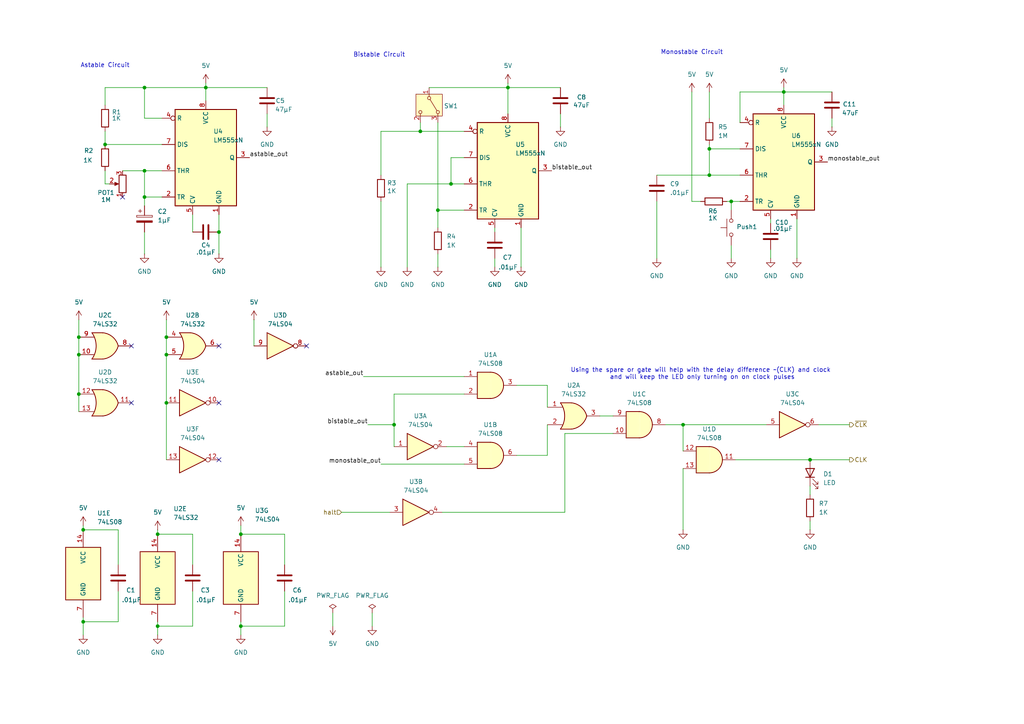
<source format=kicad_sch>
(kicad_sch (version 20231120) (generator "eeschema") (generator_version "8.0")
  (paper "A4")
  (lib_symbols
    (symbol "74LS32_1" (pin_names (offset 1.016))
      (property "Reference" "U" (at 0 1.27 0))
      (property "Value" "74LS32" (at 0 -1.27 0))
      (symbol "74LS32_1_1_1"
        (pin input line (at -7.62 2.54 0) (length 4.318) (name "~") (number "1"))
        (pin input line (at -7.62 -2.54 0) (length 4.318) (name "~") (number "2"))
        (pin output line (at 7.62 0 180) (length 3.81) (name "~") (number "3"))
      )
      (symbol "74LS32_1_1_2"
        (pin input inverted (at -7.62 2.54 0) (length 3.81) (name "~") (number "1"))
        (pin input inverted (at -7.62 -2.54 0) (length 3.81) (name "~") (number "2"))
        (pin output inverted (at 7.62 0 180) (length 3.81) (name "~") (number "3"))
      )
      (symbol "74LS32_1_2_1"
        (pin input line (at -7.62 2.54 0) (length 4.318) (name "~") (number "4"))
        (pin input line (at -7.62 -2.54 0) (length 4.318) (name "~") (number "5"))
        (pin output line (at 7.62 0 180) (length 3.81) (name "~") (number "6"))
      )
      (symbol "74LS32_1_2_2"
        (pin input inverted (at -7.62 2.54 0) (length 3.81) (name "~") (number "4"))
        (pin input inverted (at -7.62 -2.54 0) (length 3.81) (name "~") (number "5"))
        (pin output inverted (at 7.62 0 180) (length 3.81) (name "~") (number "6"))
      )
      (symbol "74LS32_1_3_1"
        (pin input line (at -7.62 -2.54 0) (length 4.318) (name "~") (number "10"))
        (pin output line (at 7.62 0 180) (length 3.81) (name "~") (number "8"))
        (pin input line (at -7.62 2.54 0) (length 4.318) (name "~") (number "9"))
      )
      (symbol "74LS32_1_3_2"
        (pin input inverted (at -7.62 -2.54 0) (length 3.81) (name "~") (number "10"))
        (pin output inverted (at 7.62 0 180) (length 3.81) (name "~") (number "8"))
        (pin input inverted (at -7.62 2.54 0) (length 3.81) (name "~") (number "9"))
      )
      (symbol "74LS32_1_4_1"
        (pin output line (at 7.62 0 180) (length 3.81) (name "~") (number "11"))
        (pin input line (at -7.62 2.54 0) (length 4.318) (name "~") (number "12"))
        (pin input line (at -7.62 -2.54 0) (length 4.318) (name "~") (number "13"))
      )
      (symbol "74LS32_1_4_2"
        (pin output inverted (at 7.62 0 180) (length 3.81) (name "~") (number "11"))
        (pin input inverted (at -7.62 2.54 0) (length 3.81) (name "~") (number "12"))
        (pin input inverted (at -7.62 -2.54 0) (length 3.81) (name "~") (number "13"))
      )
      (symbol "74LS32_1_5_0"
        (pin power_in line (at 0 12.7 270) (length 5.08) (name "VCC") (number "14"))
        (pin power_in line (at 0 -12.7 90) (length 5.08) (name "GND") (number "7"))
      )
    )
    (symbol "74xx:74LS04"
      (property "Reference" "U" (at 0 1.27 0))
      (property "Value" "74LS04" (at 0 -1.27 0))
      (symbol "74LS04_1_0"
        (pin input line (at -7.62 0 0) (length 3.81) (name "~") (number "1"))
        (pin output inverted (at 7.62 0 180) (length 3.81) (name "~") (number "2"))
      )
      (symbol "74LS04_2_0"
        (pin input line (at -7.62 0 0) (length 3.81) (name "~") (number "3"))
        (pin output inverted (at 7.62 0 180) (length 3.81) (name "~") (number "4"))
      )
      (symbol "74LS04_3_0"
        (pin input line (at -7.62 0 0) (length 3.81) (name "~") (number "5"))
        (pin output inverted (at 7.62 0 180) (length 3.81) (name "~") (number "6"))
      )
      (symbol "74LS04_4_0"
        (pin output inverted (at 7.62 0 180) (length 3.81) (name "~") (number "8"))
        (pin input line (at -7.62 0 0) (length 3.81) (name "~") (number "9"))
      )
      (symbol "74LS04_5_0"
        (pin output inverted (at 7.62 0 180) (length 3.81) (name "~") (number "10"))
        (pin input line (at -7.62 0 0) (length 3.81) (name "~") (number "11"))
      )
      (symbol "74LS04_6_0"
        (pin output inverted (at 7.62 0 180) (length 3.81) (name "~") (number "12"))
        (pin input line (at -7.62 0 0) (length 3.81) (name "~") (number "13"))
      )
      (symbol "74LS04_7_0"
        (pin power_in line (at 0 12.7 270) (length 5.08) (name "VCC") (number "14"))
        (pin power_in line (at 0 -12.7 90) (length 5.08) (name "GND") (number "7"))
      )
    )
    (symbol "74xx:74LS08" (pin_names (offset 1.016))
      (property "Reference" "U" (at 0 1.27 0))
      (property "Value" "74LS08" (at 0 -1.27 0))
      (symbol "74LS08_1_1"
        (pin input line (at -7.62 2.54 0) (length 3.81) (name "~") (number "1"))
        (pin input line (at -7.62 -2.54 0) (length 3.81) (name "~") (number "2"))
        (pin output line (at 7.62 0 180) (length 3.81) (name "~") (number "3"))
      )
      (symbol "74LS08_1_2"
        (pin input inverted (at -7.62 2.54 0) (length 4.318) (name "~") (number "1"))
        (pin input inverted (at -7.62 -2.54 0) (length 4.318) (name "~") (number "2"))
        (pin output inverted (at 7.62 0 180) (length 3.81) (name "~") (number "3"))
      )
      (symbol "74LS08_2_1"
        (pin input line (at -7.62 2.54 0) (length 3.81) (name "~") (number "4"))
        (pin input line (at -7.62 -2.54 0) (length 3.81) (name "~") (number "5"))
        (pin output line (at 7.62 0 180) (length 3.81) (name "~") (number "6"))
      )
      (symbol "74LS08_2_2"
        (pin input inverted (at -7.62 2.54 0) (length 4.318) (name "~") (number "4"))
        (pin input inverted (at -7.62 -2.54 0) (length 4.318) (name "~") (number "5"))
        (pin output inverted (at 7.62 0 180) (length 3.81) (name "~") (number "6"))
      )
      (symbol "74LS08_3_1"
        (pin input line (at -7.62 -2.54 0) (length 3.81) (name "~") (number "10"))
        (pin output line (at 7.62 0 180) (length 3.81) (name "~") (number "8"))
        (pin input line (at -7.62 2.54 0) (length 3.81) (name "~") (number "9"))
      )
      (symbol "74LS08_3_2"
        (pin input inverted (at -7.62 -2.54 0) (length 4.318) (name "~") (number "10"))
        (pin output inverted (at 7.62 0 180) (length 3.81) (name "~") (number "8"))
        (pin input inverted (at -7.62 2.54 0) (length 4.318) (name "~") (number "9"))
      )
      (symbol "74LS08_4_1"
        (pin output line (at 7.62 0 180) (length 3.81) (name "~") (number "11"))
        (pin input line (at -7.62 2.54 0) (length 3.81) (name "~") (number "12"))
        (pin input line (at -7.62 -2.54 0) (length 3.81) (name "~") (number "13"))
      )
      (symbol "74LS08_4_2"
        (pin output inverted (at 7.62 0 180) (length 3.81) (name "~") (number "11"))
        (pin input inverted (at -7.62 2.54 0) (length 4.318) (name "~") (number "12"))
        (pin input inverted (at -7.62 -2.54 0) (length 4.318) (name "~") (number "13"))
      )
      (symbol "74LS08_5_0"
        (pin power_in line (at 0 12.7 270) (length 5.08) (name "VCC") (number "14"))
        (pin power_in line (at 0 -12.7 90) (length 5.08) (name "GND") (number "7"))
      )
    )
    (symbol "74xx:74LS32" (pin_names (offset 1.016))
      (property "Reference" "U" (at 0 1.27 0))
      (property "Value" "74LS32" (at 0 -1.27 0))
      (symbol "74LS32_1_1"
        (pin input line (at -7.62 2.54 0) (length 4.318) (name "~") (number "1"))
        (pin input line (at -7.62 -2.54 0) (length 4.318) (name "~") (number "2"))
        (pin output line (at 7.62 0 180) (length 3.81) (name "~") (number "3"))
      )
      (symbol "74LS32_1_2"
        (pin input inverted (at -7.62 2.54 0) (length 3.81) (name "~") (number "1"))
        (pin input inverted (at -7.62 -2.54 0) (length 3.81) (name "~") (number "2"))
        (pin output inverted (at 7.62 0 180) (length 3.81) (name "~") (number "3"))
      )
      (symbol "74LS32_2_1"
        (pin input line (at -7.62 2.54 0) (length 4.318) (name "~") (number "4"))
        (pin input line (at -7.62 -2.54 0) (length 4.318) (name "~") (number "5"))
        (pin output line (at 7.62 0 180) (length 3.81) (name "~") (number "6"))
      )
      (symbol "74LS32_2_2"
        (pin input inverted (at -7.62 2.54 0) (length 3.81) (name "~") (number "4"))
        (pin input inverted (at -7.62 -2.54 0) (length 3.81) (name "~") (number "5"))
        (pin output inverted (at 7.62 0 180) (length 3.81) (name "~") (number "6"))
      )
      (symbol "74LS32_3_1"
        (pin input line (at -7.62 -2.54 0) (length 4.318) (name "~") (number "10"))
        (pin output line (at 7.62 0 180) (length 3.81) (name "~") (number "8"))
        (pin input line (at -7.62 2.54 0) (length 4.318) (name "~") (number "9"))
      )
      (symbol "74LS32_3_2"
        (pin input inverted (at -7.62 -2.54 0) (length 3.81) (name "~") (number "10"))
        (pin output inverted (at 7.62 0 180) (length 3.81) (name "~") (number "8"))
        (pin input inverted (at -7.62 2.54 0) (length 3.81) (name "~") (number "9"))
      )
      (symbol "74LS32_4_1"
        (pin output line (at 7.62 0 180) (length 3.81) (name "~") (number "11"))
        (pin input line (at -7.62 2.54 0) (length 4.318) (name "~") (number "12"))
        (pin input line (at -7.62 -2.54 0) (length 4.318) (name "~") (number "13"))
      )
      (symbol "74LS32_4_2"
        (pin output inverted (at 7.62 0 180) (length 3.81) (name "~") (number "11"))
        (pin input inverted (at -7.62 2.54 0) (length 3.81) (name "~") (number "12"))
        (pin input inverted (at -7.62 -2.54 0) (length 3.81) (name "~") (number "13"))
      )
      (symbol "74LS32_5_0"
        (pin power_in line (at 0 12.7 270) (length 5.08) (name "VCC") (number "14"))
        (pin power_in line (at 0 -12.7 90) (length 5.08) (name "GND") (number "7"))
      )
    )
    (symbol "Device:C" (pin_numbers hide) (pin_names (offset 0.254))
      (property "Reference" "C" (at 0.635 2.54 0))
      (property "Value" "C" (at 0.635 -2.54 0))
      (symbol "C_1_1"
        (pin passive line (at 0 3.81 270) (length 2.794) (name "~") (number "1"))
        (pin passive line (at 0 -3.81 90) (length 2.794) (name "~") (number "2"))
      )
    )
    (symbol "Device:C_Polarized" (pin_numbers hide) (pin_names (offset 0.254))
      (property "Reference" "C" (at 0.635 2.54 0))
      (property "Value" "C_Polarized" (at 0.635 -2.54 0))
      (symbol "C_Polarized_1_1"
        (pin passive line (at 0 3.81 270) (length 2.794) (name "~") (number "1"))
        (pin passive line (at 0 -3.81 90) (length 2.794) (name "~") (number "2"))
      )
    )
    (symbol "Device:LED" (pin_numbers hide) (pin_names (offset 1.016) hide)
      (property "Reference" "D" (at 0 2.54 0))
      (property "Value" "LED" (at 0 -2.54 0))
      (symbol "LED_1_1"
        (pin passive line (at -3.81 0 0) (length 2.54) (name "K") (number "1"))
        (pin passive line (at 3.81 0 180) (length 2.54) (name "A") (number "2"))
      )
    )
    (symbol "Device:R" (pin_numbers hide) (pin_names (offset 0))
      (property "Reference" "R" (at 2.032 0 90))
      (property "Value" "R" (at 0 0 90))
      (symbol "R_1_1"
        (pin passive line (at 0 3.81 270) (length 1.27) (name "~") (number "1"))
        (pin passive line (at 0 -3.81 90) (length 1.27) (name "~") (number "2"))
      )
    )
    (symbol "Device:R_Potentiometer" (pin_names (offset 1.016) hide)
      (property "Reference" "RV" (at -4.445 0 90))
      (property "Value" "R_Potentiometer" (at -2.54 0 90))
      (symbol "R_Potentiometer_1_1"
        (pin passive line (at 0 3.81 270) (length 1.27) (name "1") (number "1"))
        (pin passive line (at 3.81 0 180) (length 1.27) (name "2") (number "2"))
        (pin passive line (at 0 -3.81 90) (length 1.27) (name "3") (number "3"))
      )
    )
    (symbol "LM555xN_1"
      (property "Reference" "U3" (at 2.1941 12.7 0))
      (property "Value" "LM555xN" (at 2.1941 10.16 0))
      (symbol "LM555xN_1_0_0"
        (pin power_in line (at 3.81 -11.43 90) (length 2.54) (name "GND") (number "1"))
        (pin power_in line (at 0 21.59 270) (length 2.54) (name "VCC") (number "8"))
      )
      (symbol "LM555xN_1_1_1"
        (pin input line (at -12.7 -6.35 0) (length 3.81) (name "TR") (number "2"))
        (pin output line (at 12.7 5.08 180) (length 3.81) (name "Q") (number "3"))
        (pin input inverted (at -12.7 16.51 0) (length 3.81) (name "R") (number "4"))
        (pin input line (at -3.81 -11.43 90) (length 2.54) (name "CV") (number "5"))
        (pin input line (at -12.7 1.27 0) (length 3.81) (name "THR") (number "6"))
        (pin input line (at -12.7 8.89 0) (length 3.81) (name "DIS") (number "7"))
      )
    )
    (symbol "Switch:SW_Push" (pin_numbers hide) (pin_names (offset 1.016) hide)
      (property "Reference" "SW" (at 1.27 2.54 0))
      (property "Value" "SW_Push" (at 0 -1.524 0))
      (symbol "SW_Push_0_1"
        (pin passive line (at -5.08 0 0) (length 2.54) (name "1") (number "1"))
        (pin passive line (at 5.08 0 180) (length 2.54) (name "2") (number "2"))
      )
    )
    (symbol "Switch:SW_Wuerth_450301014042" (pin_names (offset 1) hide)
      (property "Reference" "SW" (at 0 5.08 0))
      (property "Value" "SW_Wuerth_450301014042" (at 0 -5.08 0))
      (symbol "SW_Wuerth_450301014042_1_1"
        (pin passive line (at -5.08 0 0) (length 2.54) (name "B") (number "1"))
        (pin passive line (at 5.08 -2.54 180) (length 2.54) (name "C") (number "2"))
        (pin passive line (at 5.08 2.54 180) (length 2.54) (name "A") (number "3"))
      )
    )
    (symbol "power:GND" (power) (pin_numbers hide) (pin_names (offset 0) hide)
      (property "Value" "GND" (at 0 -3.81 0))
      (symbol "GND_1_1"
        (pin power_in line (at 0 0 270) (length 0) (name "~") (number "1"))
      )
    )
    (symbol "power:PWR_FLAG" (power) (pin_numbers hide) (pin_names (offset 0) hide)
      (property "Value" "PWR_FLAG" (at 0 3.81 0))
      (symbol "PWR_FLAG_0_0"
        (pin power_out line (at 0 0 90) (length 0) (name "~") (number "1"))
      )
    )
    (symbol "power:VCC" (power) (pin_numbers hide) (pin_names (offset 0) hide)
      (property "Value" "VCC" (at 0 3.556 0))
      (symbol "VCC_1_1"
        (pin power_in line (at 0 0 90) (length 0) (name "~") (number "1"))
      )
    )
  )
  (junction (at 48.26 97.79))
  (junction (at 205.74 50.8))
  (junction (at 227.33 26.67))
  (junction (at 234.95 133.35))
  (junction (at 59.69 25.4))
  (junction (at 63.5 67.31))
  (junction (at 121.92 38.1))
  (junction (at 45.72 154.94))
  (junction (at 22.86 102.87))
  (junction (at 22.86 97.79))
  (junction (at 147.32 25.4))
  (junction (at 48.26 116.84))
  (junction (at 127 60.96))
  (junction (at 69.85 181.61))
  (junction (at 45.72 181.61))
  (junction (at 41.91 25.4))
  (junction (at 22.86 114.3))
  (junction (at 41.91 57.15))
  (junction (at 41.91 49.53))
  (junction (at 198.12 123.19))
  (junction (at 212.09 58.42))
  (junction (at 69.85 154.94))
  (junction (at 205.74 43.18))
  (junction (at 114.3 123.19))
  (junction (at 130.81 53.34))
  (junction (at 24.13 180.34))
  (junction (at 48.26 102.87))
  (junction (at 24.13 153.67))
  (junction (at 30.48 41.91))
  (no_connect (at 38.1 100.33))
  (no_connect (at 35.56 57.15))
  (no_connect (at 63.5 133.35))
  (no_connect (at 38.1 116.84))
  (no_connect (at 63.5 116.84))
  (no_connect (at 63.5 100.33))
  (no_connect (at 88.9 100.33))
  (wire (pts (xy 41.91 67.31) (xy 41.91 73.66)))
  (wire (pts (xy 41.91 25.4) (xy 59.69 25.4)))
  (wire (pts (xy 124.46 25.4) (xy 147.32 25.4)))
  (wire (pts (xy 134.62 45.72) (xy 130.81 45.72)))
  (wire (pts (xy 114.3 114.3) (xy 114.3 123.19)))
  (wire (pts (xy 69.85 181.61) (xy 69.85 184.15)))
  (wire (pts (xy 82.55 181.61) (xy 69.85 181.61)))
  (wire (pts (xy 48.26 102.87) (xy 48.26 116.84)))
  (wire (pts (xy 69.85 152.4) (xy 69.85 154.94)))
  (wire (pts (xy 41.91 57.15) (xy 41.91 59.69)))
  (wire (pts (xy 127 60.96) (xy 134.62 60.96)))
  (wire (pts (xy 63.5 62.23) (xy 63.5 67.31)))
  (wire (pts (xy 198.12 123.19) (xy 193.04 123.19)))
  (wire (pts (xy 59.69 24.13) (xy 59.69 25.4)))
  (wire (pts (xy 147.32 25.4) (xy 147.32 33.02)))
  (wire (pts (xy 223.52 63.5) (xy 223.52 64.77)))
  (wire (pts (xy 127 73.66) (xy 127 77.47)))
  (wire (pts (xy 212.09 58.42) (xy 214.63 58.42)))
  (wire (pts (xy 63.5 67.31) (xy 63.5 73.66)))
  (wire (pts (xy 158.75 123.19) (xy 158.75 132.08)))
  (wire (pts (xy 231.14 63.5) (xy 231.14 74.93)))
  (wire (pts (xy 55.88 163.83) (xy 55.88 154.94)))
  (wire (pts (xy 205.74 43.18) (xy 205.74 50.8)))
  (wire (pts (xy 234.95 140.97) (xy 234.95 143.51)))
  (wire (pts (xy 214.63 26.67) (xy 227.33 26.67)))
  (wire (pts (xy 173.99 120.65) (xy 177.8 120.65)))
  (wire (pts (xy 214.63 50.8) (xy 205.74 50.8)))
  (wire (pts (xy 190.5 58.42) (xy 190.5 74.93)))
  (wire (pts (xy 149.86 111.76) (xy 158.75 111.76)))
  (wire (pts (xy 22.86 102.87) (xy 22.86 114.3)))
  (wire (pts (xy 214.63 43.18) (xy 205.74 43.18)))
  (wire (pts (xy 55.88 154.94) (xy 45.72 154.94)))
  (wire (pts (xy 134.62 114.3) (xy 114.3 114.3)))
  (wire (pts (xy 210.82 58.42) (xy 212.09 58.42)))
  (wire (pts (xy 45.72 180.34) (xy 45.72 181.61)))
  (wire (pts (xy 163.83 125.73) (xy 163.83 148.59)))
  (wire (pts (xy 162.56 33.02) (xy 162.56 36.83)))
  (wire (pts (xy 82.55 171.45) (xy 82.55 181.61)))
  (wire (pts (xy 143.51 74.93) (xy 143.51 77.47)))
  (wire (pts (xy 110.49 58.42) (xy 110.49 77.47)))
  (wire (pts (xy 34.29 163.83) (xy 34.29 153.67)))
  (wire (pts (xy 114.3 123.19) (xy 114.3 129.54)))
  (wire (pts (xy 41.91 49.53) (xy 41.91 57.15)))
  (wire (pts (xy 41.91 49.53) (xy 46.99 49.53)))
  (wire (pts (xy 30.48 38.1) (xy 30.48 41.91)))
  (wire (pts (xy 48.26 97.79) (xy 48.26 102.87)))
  (wire (pts (xy 205.74 26.67) (xy 205.74 34.29)))
  (wire (pts (xy 24.13 152.4) (xy 24.13 153.67)))
  (wire (pts (xy 110.49 38.1) (xy 121.92 38.1)))
  (wire (pts (xy 118.11 53.34) (xy 118.11 77.47)))
  (wire (pts (xy 198.12 123.19) (xy 198.12 130.81)))
  (wire (pts (xy 213.36 133.35) (xy 234.95 133.35)))
  (wire (pts (xy 45.72 154.94) (xy 45.72 153.67)))
  (wire (pts (xy 55.88 181.61) (xy 45.72 181.61)))
  (wire (pts (xy 82.55 163.83) (xy 82.55 154.94)))
  (wire (pts (xy 107.95 177.8) (xy 107.95 181.61)))
  (wire (pts (xy 200.66 58.42) (xy 203.2 58.42)))
  (wire (pts (xy 105.41 109.22) (xy 134.62 109.22)))
  (wire (pts (xy 110.49 134.62) (xy 134.62 134.62)))
  (wire (pts (xy 110.49 38.1) (xy 110.49 50.8)))
  (wire (pts (xy 24.13 180.34) (xy 24.13 184.15)))
  (wire (pts (xy 30.48 25.4) (xy 41.91 25.4)))
  (wire (pts (xy 127 66.04) (xy 127 60.96)))
  (wire (pts (xy 59.69 25.4) (xy 77.47 25.4)))
  (wire (pts (xy 234.95 133.35) (xy 246.38 133.35)))
  (wire (pts (xy 106.68 123.19) (xy 114.3 123.19)))
  (wire (pts (xy 30.48 53.34) (xy 31.75 53.34)))
  (wire (pts (xy 55.88 171.45) (xy 55.88 181.61)))
  (wire (pts (xy 241.3 34.29) (xy 241.3 36.83)))
  (wire (pts (xy 82.55 154.94) (xy 69.85 154.94)))
  (wire (pts (xy 198.12 123.19) (xy 222.25 123.19)))
  (wire (pts (xy 30.48 53.34) (xy 30.48 49.53)))
  (wire (pts (xy 48.26 116.84) (xy 48.26 133.35)))
  (wire (pts (xy 121.92 38.1) (xy 134.62 38.1)))
  (wire (pts (xy 129.54 129.54) (xy 134.62 129.54)))
  (wire (pts (xy 24.13 179.07) (xy 24.13 180.34)))
  (wire (pts (xy 35.56 49.53) (xy 41.91 49.53)))
  (wire (pts (xy 59.69 25.4) (xy 59.69 29.21)))
  (wire (pts (xy 147.32 24.13) (xy 147.32 25.4)))
  (wire (pts (xy 163.83 125.73) (xy 177.8 125.73)))
  (wire (pts (xy 22.86 97.79) (xy 22.86 102.87)))
  (wire (pts (xy 46.99 34.29) (xy 41.91 34.29)))
  (wire (pts (xy 214.63 35.56) (xy 214.63 26.67)))
  (wire (pts (xy 223.52 72.39) (xy 223.52 74.93)))
  (wire (pts (xy 212.09 71.12) (xy 212.09 74.93)))
  (wire (pts (xy 130.81 53.34) (xy 118.11 53.34)))
  (wire (pts (xy 205.74 50.8) (xy 190.5 50.8)))
  (wire (pts (xy 227.33 26.67) (xy 227.33 30.48)))
  (wire (pts (xy 41.91 34.29) (xy 41.91 25.4)))
  (wire (pts (xy 22.86 114.3) (xy 22.86 119.38)))
  (wire (pts (xy 227.33 26.67) (xy 241.3 26.67)))
  (wire (pts (xy 237.49 123.19) (xy 246.38 123.19)))
  (wire (pts (xy 34.29 180.34) (xy 24.13 180.34)))
  (wire (pts (xy 48.26 92.71) (xy 48.26 97.79)))
  (wire (pts (xy 234.95 151.13) (xy 234.95 153.67)))
  (wire (pts (xy 198.12 135.89) (xy 198.12 153.67)))
  (wire (pts (xy 147.32 25.4) (xy 162.56 25.4)))
  (wire (pts (xy 130.81 45.72) (xy 130.81 53.34)))
  (wire (pts (xy 30.48 25.4) (xy 30.48 30.48)))
  (wire (pts (xy 127 35.56) (xy 127 60.96)))
  (wire (pts (xy 55.88 62.23) (xy 55.88 67.31)))
  (wire (pts (xy 34.29 171.45) (xy 34.29 180.34)))
  (wire (pts (xy 69.85 180.34) (xy 69.85 181.61)))
  (wire (pts (xy 205.74 43.18) (xy 205.74 41.91)))
  (wire (pts (xy 158.75 111.76) (xy 158.75 118.11)))
  (wire (pts (xy 96.52 181.61) (xy 96.52 177.8)))
  (wire (pts (xy 227.33 25.4) (xy 227.33 26.67)))
  (wire (pts (xy 151.13 66.04) (xy 151.13 77.47)))
  (wire (pts (xy 30.48 41.91) (xy 46.99 41.91)))
  (wire (pts (xy 134.62 53.34) (xy 130.81 53.34)))
  (wire (pts (xy 77.47 33.02) (xy 77.47 36.83)))
  (wire (pts (xy 22.86 92.71) (xy 22.86 97.79)))
  (wire (pts (xy 128.27 148.59) (xy 163.83 148.59)))
  (wire (pts (xy 121.92 35.56) (xy 121.92 38.1)))
  (wire (pts (xy 73.66 92.71) (xy 73.66 100.33)))
  (wire (pts (xy 34.29 153.67) (xy 24.13 153.67)))
  (wire (pts (xy 149.86 132.08) (xy 158.75 132.08)))
  (wire (pts (xy 41.91 57.15) (xy 46.99 57.15)))
  (wire (pts (xy 143.51 66.04) (xy 143.51 67.31)))
  (wire (pts (xy 212.09 58.42) (xy 212.09 60.96)))
  (wire (pts (xy 99.06 148.59) (xy 113.03 148.59)))
  (wire (pts (xy 45.72 181.61) (xy 45.72 184.15)))
  (wire (pts (xy 200.66 26.67) (xy 200.66 58.42)))
  (text "Astable Circuit" (at 30.48 19.05 0) (effects (font (size 1.27 1.27))))
  (text "Bistable Circuit\n" (at 109.982 16.002 0) (effects (font (size 1.27 1.27))))
  (text "Monostable Circuit" (at 200.66 15.24 0) (effects (font (size 1.27 1.27))))
  (text "Using the spare or gate will help with the delay difference ~(CLK) and clock \nand will keep the LED only turning on on clock pulses\n" (at 203.708 108.458 0) (effects (font (size 1.27 1.27))))
  (label "bistable_out" (at 106.68 123.19 180))
  (label "monostable_out" (at 240.03 46.99 0))
  (label "astable_out" (at 72.39 45.72 0))
  (label "monostable_out" (at 110.49 134.62 180))
  (label "astable_out" (at 105.41 109.22 180))
  (label "bistable_out" (at 160.02 49.53 0))
  (hierarchical_label "~{CLK}" (shape output) (at 246.38 123.19 0))
  (hierarchical_label "halt" (shape input) (at 99.06 148.59 180))
  (hierarchical_label "CLK" (shape output) (at 246.38 133.35 0))
  (symbol (lib_id "74xx:74LS04") (at 229.87 123.19 0) (unit 3) (exclude_from_sim yes)
    (property "Reference" "U3" (at 229.87 114.3 0))
    (property "Value" "74LS04" (at 229.87 116.84 0))
    (property "Footprint" "MyFootPrints:SN74LS04N" (effects (hide yes)))
    (property "Datasheet" "http://www.ti.com/lit/gpn/sn74LS04" (effects (hide yes)))
    (property "Description" "Hex Inverter" (effects (hide yes)))
  )
  (symbol (lib_name "LM555xN_1") (lib_id "Timer:LM555xN") (at 147.32 54.61 0) (unit 1) (exclude_from_sim yes)
    (property "Reference" "U5" (at 149.5141 41.91 0) (effects (justify left)))
    (property "Value" "LM555xN" (at 149.5141 44.45 0) (effects (justify left)))
    (property "Footprint" "Package_DIP:DIP-8_W7.62mm" (effects (hide yes)))
    (property "Datasheet" "http://www.ti.com/lit/ds/symlink/lm555.pdf" (effects (hide yes)))
    (property "Description" "Timer, 555 compatible, PDIP-8" (effects (hide yes)))
  )
  (symbol (lib_id "power:GND") (at 231.14 74.93 0) (unit 1) (exclude_from_sim yes)
    (property "Reference" "#PWR030" (effects (hide yes)))
    (property "Value" "GND" (at 231.14 80.01 0))
    (property "Description" "Power symbol creates a global label with name \"GND\" , ground" (effects (hide yes)))
  )
  (symbol (lib_id "power:VCC") (at 69.85 152.4 0) (unit 1) (exclude_from_sim yes)
    (property "Reference" "#PWR010" (effects (hide yes)))
    (property "Value" "5V" (at 69.85 147.32 0))
    (property "Description" "Power symbol creates a global label with name \"VCC\"" (effects (hide yes)))
  )
  (symbol (lib_id "74xx:74LS08") (at 142.24 111.76 0) (unit 1) (exclude_from_sim yes)
    (property "Reference" "U1" (at 142.2317 102.87 0))
    (property "Value" "74LS08" (at 142.2317 105.41 0))
    (property "Footprint" "MyFootPrints:SN74LS08N" (effects (hide yes)))
    (property "Datasheet" "http://www.ti.com/lit/gpn/sn74LS08" (effects (hide yes)))
    (property "Description" "Quad And2" (effects (hide yes)))
  )
  (symbol (lib_id "74xx:74LS08") (at 205.74 133.35 0) (unit 4) (exclude_from_sim yes)
    (property "Reference" "U1" (at 205.7317 124.46 0))
    (property "Value" "74LS08" (at 205.7317 127 0))
    (property "Footprint" "MyFootPrints:SN74LS08N" (effects (hide yes)))
    (property "Datasheet" "http://www.ti.com/lit/gpn/sn74LS08" (effects (hide yes)))
    (property "Description" "Quad And2" (effects (hide yes)))
  )
  (symbol (lib_id "Device:C") (at 82.55 167.64 180) (unit 1) (exclude_from_sim yes)
    (property "Reference" "C6" (at 84.836 171.196 0) (effects (justify right)))
    (property "Value" ".01µF" (at 83.566 173.99 0) (effects (justify right)))
    (property "Footprint" "Capacitor_THT:C_Disc_D5.0mm_W2.5mm_P2.50mm" (effects (hide yes)))
    (property "Description" "Unpolarized capacitor" (effects (hide yes)))
  )
  (symbol (lib_id "power:VCC") (at 45.72 153.67 0) (unit 1) (exclude_from_sim yes)
    (property "Reference" "#PWR05" (effects (hide yes)))
    (property "Value" "5V" (at 45.72 148.59 0))
    (property "Description" "Power symbol creates a global label with name \"VCC\"" (effects (hide yes)))
  )
  (symbol (lib_id "power:GND") (at 223.52 74.93 0) (unit 1) (exclude_from_sim yes)
    (property "Reference" "#PWR028" (effects (hide yes)))
    (property "Value" "GND" (at 223.52 80.01 0))
    (property "Description" "Power symbol creates a global label with name \"GND\" , ground" (effects (hide yes)))
  )
  (symbol (lib_id "Device:R") (at 30.48 45.72 0) (unit 1) (exclude_from_sim yes)
    (property "Reference" "R2" (at 24.384 43.688 0) (effects (justify left)))
    (property "Value" "1K" (at 24.13 46.482 0) (effects (justify left)))
    (property "Footprint" "Resistor_THT:R_Axial_DIN0207_L6.3mm_D2.5mm_P5.08mm_Vertical" (effects (hide yes)))
    (property "Description" "Resistor" (effects (hide yes)))
  )
  (symbol (lib_id "Device:C") (at 190.5 54.61 180) (unit 1) (exclude_from_sim yes)
    (property "Reference" "C9" (at 194.31 53.34 0) (effects (justify right)))
    (property "Value" ".01µF" (at 194.31 55.88 0) (effects (justify right)))
    (property "Footprint" "Capacitor_THT:C_Disc_D5.0mm_W2.5mm_P2.50mm" (effects (hide yes)))
    (property "Description" "Unpolarized capacitor" (effects (hide yes)))
  )
  (symbol (lib_id "power:GND") (at 241.3 36.83 0) (unit 1) (exclude_from_sim yes)
    (property "Reference" "#PWR035" (effects (hide yes)))
    (property "Value" "GND" (at 241.3 41.91 0))
    (property "Description" "Power symbol creates a global label with name \"GND\" , ground" (effects (hide yes)))
  )
  (symbol (lib_id "power:VCC") (at 147.32 24.13 0) (unit 1) (exclude_from_sim yes)
    (property "Reference" "#PWR020" (effects (hide yes)))
    (property "Value" "5V" (at 147.32 19.05 0))
    (property "Description" "Power symbol creates a global label with name \"VCC\"" (effects (hide yes)))
  )
  (symbol (lib_id "power:GND") (at 151.13 77.47 0) (unit 1) (exclude_from_sim yes)
    (property "Reference" "#PWR021" (effects (hide yes)))
    (property "Value" "GND" (at 151.13 82.55 0))
    (property "Description" "Power symbol creates a global label with name \"GND\" , ground" (effects (hide yes)))
  )
  (symbol (lib_id "power:VCC") (at 205.74 26.67 0) (unit 1) (exclude_from_sim yes)
    (property "Reference" "#PWR026" (effects (hide yes)))
    (property "Value" "5V" (at 205.74 21.59 0))
    (property "Description" "Power symbol creates a global label with name \"VCC\"" (effects (hide yes)))
  )
  (symbol (lib_id "power:PWR_FLAG") (at 107.95 177.8 0) (unit 1) (exclude_from_sim yes)
    (property "Reference" "#FLG02" (effects (hide yes)))
    (property "Value" "PWR_FLAG" (at 107.95 172.72 0))
    (property "Description" "Special symbol for telling ERC where power comes from" (effects (hide yes)))
  )
  (symbol (lib_id "Device:R") (at 205.74 38.1 0) (unit 1) (exclude_from_sim yes)
    (property "Reference" "R5" (at 208.28 36.8299 0) (effects (justify left)))
    (property "Value" "1M" (at 208.28 39.3699 0) (effects (justify left)))
    (property "Footprint" "Resistor_THT:R_Axial_DIN0207_L6.3mm_D2.5mm_P5.08mm_Vertical" (effects (hide yes)))
    (property "Description" "Resistor" (effects (hide yes)))
  )
  (symbol (lib_id "74xx:74LS04") (at 55.88 133.35 0) (unit 6) (exclude_from_sim yes)
    (property "Reference" "U3" (at 55.88 124.46 0))
    (property "Value" "74LS04" (at 55.88 127 0))
    (property "Footprint" "MyFootPrints:SN74LS04N" (effects (hide yes)))
    (property "Datasheet" "http://www.ti.com/lit/gpn/sn74LS04" (effects (hide yes)))
    (property "Description" "Hex Inverter" (effects (hide yes)))
  )
  (symbol (lib_id "power:GND") (at 77.47 36.83 0) (unit 1) (exclude_from_sim yes)
    (property "Reference" "#PWR013" (effects (hide yes)))
    (property "Value" "GND" (at 77.47 41.91 0))
    (property "Description" "Power symbol creates a global label with name \"GND\" , ground" (effects (hide yes)))
  )
  (symbol (lib_id "Device:R") (at 127 69.85 0) (unit 1) (exclude_from_sim yes)
    (property "Reference" "R4" (at 129.54 68.5799 0) (effects (justify left)))
    (property "Value" "1K" (at 129.54 71.1199 0) (effects (justify left)))
    (property "Footprint" "Resistor_THT:R_Axial_DIN0207_L6.3mm_D2.5mm_P5.08mm_Vertical" (effects (hide yes)))
    (property "Description" "Resistor" (effects (hide yes)))
  )
  (symbol (lib_id "power:VCC") (at 227.33 25.4 0) (unit 1) (exclude_from_sim yes)
    (property "Reference" "#PWR029" (effects (hide yes)))
    (property "Value" "5V" (at 227.33 20.32 0))
    (property "Description" "Power symbol creates a global label with name \"VCC\"" (effects (hide yes)))
  )
  (symbol (lib_id "74xx:74LS04") (at 120.65 148.59 0) (unit 2) (exclude_from_sim yes)
    (property "Reference" "U3" (at 120.65 139.7 0))
    (property "Value" "74LS04" (at 120.65 142.24 0))
    (property "Footprint" "MyFootPrints:SN74LS04N" (effects (hide yes)))
    (property "Datasheet" "http://www.ti.com/lit/gpn/sn74LS04" (effects (hide yes)))
    (property "Description" "Hex Inverter" (effects (hide yes)))
  )
  (symbol (lib_id "power:VCC") (at 200.66 26.67 0) (unit 1) (exclude_from_sim yes)
    (property "Reference" "#PWR025" (effects (hide yes)))
    (property "Value" "5V" (at 200.66 21.59 0))
    (property "Description" "Power symbol creates a global label with name \"VCC\"" (effects (hide yes)))
  )
  (symbol (lib_id "power:GND") (at 162.56 36.83 0) (unit 1) (exclude_from_sim yes)
    (property "Reference" "#PWR022" (effects (hide yes)))
    (property "Value" "GND" (at 162.56 41.91 0))
    (property "Description" "Power symbol creates a global label with name \"GND\" , ground" (effects (hide yes)))
  )
  (symbol (lib_id "74xx:74LS32") (at 30.48 100.33 0) (unit 3) (exclude_from_sim yes)
    (property "Reference" "U2" (at 30.48 91.44 0))
    (property "Value" "74LS32" (at 30.48 93.98 0))
    (property "Footprint" "MyFootPrints:SN74LS32N" (effects (hide yes)))
    (property "Datasheet" "http://www.ti.com/lit/gpn/sn74LS32" (effects (hide yes)))
    (property "Description" "Quad 2-input OR" (effects (hide yes)))
  )
  (symbol (lib_id "power:GND") (at 41.91 73.66 0) (unit 1) (exclude_from_sim yes)
    (property "Reference" "#PWR04" (effects (hide yes)))
    (property "Value" "GND" (at 41.91 78.74 0))
    (property "Description" "Power symbol creates a global label with name \"GND\" , ground" (effects (hide yes)))
  )
  (symbol (lib_id "Device:R") (at 234.95 147.32 0) (unit 1) (exclude_from_sim yes)
    (property "Reference" "R7" (at 237.49 146.0499 0) (effects (justify left)))
    (property "Value" "1K" (at 237.49 148.5899 0) (effects (justify left)))
    (property "Footprint" "Resistor_THT:R_Axial_DIN0207_L6.3mm_D2.5mm_P5.08mm_Vertical" (effects (hide yes)))
    (property "Description" "Resistor" (effects (hide yes)))
  )
  (symbol (lib_id "power:GND") (at 118.11 77.47 0) (unit 1) (exclude_from_sim yes)
    (property "Reference" "#PWR017" (effects (hide yes)))
    (property "Value" "GND" (at 118.11 82.55 0))
    (property "Description" "Power symbol creates a global label with name \"GND\" , ground" (effects (hide yes)))
  )
  (symbol (lib_id "power:VCC") (at 96.52 181.61 180) (unit 1) (exclude_from_sim yes)
    (property "Reference" "#PWR014" (effects (hide yes)))
    (property "Value" "5V" (at 96.52 186.69 0))
    (property "Description" "Power symbol creates a global label with name \"VCC\"" (effects (hide yes)))
  )
  (symbol (lib_id "Switch:SW_Push") (at 212.09 66.04 90) (unit 1) (exclude_from_sim yes)
    (property "Reference" "Push1" (at 213.614 65.786 90) (effects (justify right)))
    (property "Value" "SW_Push" (effects (hide yes)))
    (property "Footprint" "Button_Switch_THT:SW_PUSH_6mm_H4.3mm" (effects (hide yes)))
    (property "Description" "Push button switch, generic, two pins" (effects (hide yes)))
  )
  (symbol (lib_name "74LS32_1") (lib_id "74xx:74LS32") (at 55.88 100.33 0) (unit 2) (exclude_from_sim yes)
    (property "Reference" "U2" (at 55.88 91.44 0))
    (property "Value" "74LS32" (at 55.88 93.98 0))
    (property "Footprint" "MyFootPrints:SN74LS32N" (effects (hide yes)))
    (property "Datasheet" "http://www.ti.com/lit/gpn/sn74LS32" (effects (hide yes)))
    (property "Description" "Quad 2-input OR" (effects (hide yes)))
  )
  (symbol (lib_id "power:GND") (at 110.49 77.47 0) (unit 1) (exclude_from_sim yes)
    (property "Reference" "#PWR016" (effects (hide yes)))
    (property "Value" "GND" (at 110.49 82.55 0))
    (property "Description" "Power symbol creates a global label with name \"GND\" , ground" (effects (hide yes)))
  )
  (symbol (lib_id "Device:C_Polarized") (at 41.91 63.5 0) (unit 1) (exclude_from_sim yes)
    (property "Reference" "C2" (at 45.72 61.3409 0) (effects (justify left)))
    (property "Value" "1µF" (at 45.72 63.8809 0) (effects (justify left)))
    (property "Footprint" "Capacitor_THT:C_Radial_D5.0mm_H11.0mm_P2.00mm" (effects (hide yes)))
    (property "Description" "Polarized capacitor" (effects (hide yes)))
  )
  (symbol (lib_id "Switch:SW_Wuerth_450301014042") (at 124.46 30.48 270) (unit 1) (exclude_from_sim yes)
    (property "Reference" "SW1" (at 130.81 30.734 90))
    (property "Value" "Switch" (effects (hide yes)))
    (property "Footprint" "MyFootPrints:SW_Slide-Jameco-SS-12E17-G020" (effects (hide yes)))
    (property "Datasheet" "https://www.we-online.com/components/products/datasheet/450301014042.pdf" (effects (hide yes)))
    (property "Description" "Switch slide, single pole double throw" (effects (hide yes)))
  )
  (symbol (lib_id "74xx:74LS08") (at 142.24 132.08 0) (unit 2) (exclude_from_sim yes)
    (property "Reference" "U1" (at 142.2317 123.19 0))
    (property "Value" "74LS08" (at 142.2317 125.73 0))
    (property "Footprint" "MyFootPrints:SN74LS08N" (effects (hide yes)))
    (property "Datasheet" "http://www.ti.com/lit/gpn/sn74LS08" (effects (hide yes)))
    (property "Description" "Quad And2" (effects (hide yes)))
  )
  (symbol (lib_id "Device:C") (at 143.51 71.12 180) (unit 1) (exclude_from_sim yes)
    (property "Reference" "C7" (at 145.796 74.676 0) (effects (justify right)))
    (property "Value" ".01µF" (at 144.526 77.47 0) (effects (justify right)))
    (property "Footprint" "Capacitor_THT:C_Disc_D5.0mm_W2.5mm_P2.50mm" (effects (hide yes)))
    (property "Description" "Unpolarized capacitor" (effects (hide yes)))
  )
  (symbol (lib_id "Device:C") (at 34.29 167.64 180) (unit 1) (exclude_from_sim yes)
    (property "Reference" "C1" (at 36.576 171.196 0) (effects (justify right)))
    (property "Value" ".01µF" (at 35.306 173.99 0) (effects (justify right)))
    (property "Footprint" "Capacitor_THT:C_Disc_D5.0mm_W2.5mm_P2.50mm" (effects (hide yes)))
    (property "Description" "Unpolarized capacitor" (effects (hide yes)))
  )
  (symbol (lib_id "74xx:74LS32") (at 166.37 120.65 0) (unit 1) (exclude_from_sim yes)
    (property "Reference" "U2" (at 166.37 111.76 0))
    (property "Value" "74LS32" (at 166.37 114.3 0))
    (property "Footprint" "MyFootPrints:SN74LS32N" (effects (hide yes)))
    (property "Datasheet" "http://www.ti.com/lit/gpn/sn74LS32" (effects (hide yes)))
    (property "Description" "Quad 2-input OR" (effects (hide yes)))
  )
  (symbol (lib_id "Device:R") (at 207.01 58.42 270) (unit 1) (exclude_from_sim yes)
    (property "Reference" "R6" (at 206.756 61.214 90))
    (property "Value" "1K" (at 206.756 63.246 90))
    (property "Footprint" "Resistor_THT:R_Axial_DIN0207_L6.3mm_D2.5mm_P5.08mm_Vertical" (effects (hide yes)))
    (property "Description" "Resistor" (effects (hide yes)))
  )
  (symbol (lib_id "power:GND") (at 198.12 153.67 0) (unit 1) (exclude_from_sim yes)
    (property "Reference" "#PWR024" (effects (hide yes)))
    (property "Value" "GND" (at 198.12 158.75 0))
    (property "Description" "Power symbol creates a global label with name \"GND\" , ground" (effects (hide yes)))
  )
  (symbol (lib_id "power:GND") (at 69.85 184.15 0) (unit 1) (exclude_from_sim yes)
    (property "Reference" "#PWR011" (effects (hide yes)))
    (property "Value" "GND" (at 69.85 189.23 0))
    (property "Description" "Power symbol creates a global label with name \"GND\" , ground" (effects (hide yes)))
  )
  (symbol (lib_id "power:GND") (at 143.51 77.47 0) (unit 1) (exclude_from_sim yes)
    (property "Reference" "#PWR019" (effects (hide yes)))
    (property "Value" "GND" (at 143.51 82.55 0))
    (property "Description" "Power symbol creates a global label with name \"GND\" , ground" (effects (hide yes)))
  )
  (symbol (lib_id "power:VCC") (at 24.13 152.4 0) (unit 1) (exclude_from_sim yes)
    (property "Reference" "#PWR02" (effects (hide yes)))
    (property "Value" "5V" (at 24.13 147.32 0))
    (property "Description" "Power symbol creates a global label with name \"VCC\"" (effects (hide yes)))
  )
  (symbol (lib_id "power:GND") (at 107.95 181.61 0) (unit 1) (exclude_from_sim yes)
    (property "Reference" "#PWR015" (effects (hide yes)))
    (property "Value" "GND" (at 107.95 186.69 0))
    (property "Description" "Power symbol creates a global label with name \"GND\" , ground" (effects (hide yes)))
  )
  (symbol (lib_id "power:PWR_FLAG") (at 96.52 177.8 0) (unit 1) (exclude_from_sim yes)
    (property "Reference" "#FLG01" (effects (hide yes)))
    (property "Value" "PWR_FLAG" (at 96.52 172.72 0))
    (property "Description" "Special symbol for telling ERC where power comes from" (effects (hide yes)))
  )
  (symbol (lib_id "power:VCC") (at 22.86 92.71 0) (unit 1) (exclude_from_sim yes)
    (property "Reference" "#PWR01" (effects (hide yes)))
    (property "Value" "5V" (at 22.86 87.63 0))
    (property "Description" "Power symbol creates a global label with name \"VCC\"" (effects (hide yes)))
  )
  (symbol (lib_id "Device:R") (at 110.49 54.61 180) (unit 1) (exclude_from_sim yes)
    (property "Reference" "R3" (at 112.268 53.086 0) (effects (justify right)))
    (property "Value" "1K" (at 112.268 55.372 0) (effects (justify right)))
    (property "Footprint" "Resistor_THT:R_Axial_DIN0207_L6.3mm_D2.5mm_P5.08mm_Vertical" (effects (hide yes)))
    (property "Description" "Resistor" (effects (hide yes)))
  )
  (symbol (lib_id "Device:C") (at 77.47 29.21 0) (unit 1) (exclude_from_sim yes)
    (property "Reference" "C5" (at 81.28 29.21 0))
    (property "Value" "47µF" (at 82.296 31.75 0))
    (property "Footprint" "Capacitor_THT:C_Disc_D5.0mm_W2.5mm_P2.50mm" (effects (hide yes)))
    (property "Description" "Unpolarized capacitor" (effects (hide yes)))
  )
  (symbol (lib_id "74xx:74LS08") (at 185.42 123.19 0) (unit 3) (exclude_from_sim yes)
    (property "Reference" "U1" (at 185.4117 114.3 0))
    (property "Value" "74LS08" (at 185.4117 116.84 0))
    (property "Footprint" "MyFootPrints:SN74LS08N" (effects (hide yes)))
    (property "Datasheet" "http://www.ti.com/lit/gpn/sn74LS08" (effects (hide yes)))
    (property "Description" "Quad And2" (effects (hide yes)))
  )
  (symbol (lib_id "74xx:74LS32") (at 45.72 167.64 0) (unit 5) (exclude_from_sim yes)
    (property "Reference" "U2" (at 50.292 147.574 0) (effects (justify left)))
    (property "Value" "74LS32" (at 50.292 150.114 0) (effects (justify left)))
    (property "Footprint" "MyFootPrints:SN74LS32N" (effects (hide yes)))
    (property "Datasheet" "http://www.ti.com/lit/gpn/sn74LS32" (effects (hide yes)))
    (property "Description" "Quad 2-input OR" (effects (hide yes)))
  )
  (symbol (lib_id "Device:R") (at 30.48 34.29 180) (unit 1) (exclude_from_sim yes)
    (property "Reference" "R1" (at 33.782 32.512 0))
    (property "Value" "1K" (at 33.782 34.29 0))
    (property "Footprint" "Resistor_THT:R_Axial_DIN0207_L6.3mm_D2.5mm_P5.08mm_Vertical" (effects (hide yes)))
    (property "Description" "Resistor" (effects (hide yes)))
  )
  (symbol (lib_id "power:GND") (at 24.13 184.15 0) (unit 1) (exclude_from_sim yes)
    (property "Reference" "#PWR03" (effects (hide yes)))
    (property "Value" "GND" (at 24.13 189.23 0))
    (property "Description" "Power symbol creates a global label with name \"GND\" , ground" (effects (hide yes)))
  )
  (symbol (lib_id "74xx:74LS08") (at 24.13 166.37 0) (unit 5) (exclude_from_sim yes)
    (property "Reference" "U1" (at 28.194 148.844 0) (effects (justify left)))
    (property "Value" "74LS08" (at 28.194 151.384 0) (effects (justify left)))
    (property "Footprint" "MyFootPrints:SN74LS08N" (effects (hide yes)))
    (property "Datasheet" "http://www.ti.com/lit/gpn/sn74LS08" (effects (hide yes)))
    (property "Description" "Quad And2" (effects (hide yes)))
  )
  (symbol (lib_id "74xx:74LS04") (at 81.28 100.33 0) (unit 4) (exclude_from_sim yes)
    (property "Reference" "U3" (at 81.28 91.44 0))
    (property "Value" "74LS04" (at 81.28 93.98 0))
    (property "Footprint" "MyFootPrints:SN74LS04N" (effects (hide yes)))
    (property "Datasheet" "http://www.ti.com/lit/gpn/sn74LS04" (effects (hide yes)))
    (property "Description" "Hex Inverter" (effects (hide yes)))
  )
  (symbol (lib_id "74xx:74LS04") (at 69.85 167.64 0) (unit 7) (exclude_from_sim yes)
    (property "Reference" "U3" (at 73.914 148.082 0) (effects (justify left)))
    (property "Value" "74LS04" (at 73.914 150.622 0) (effects (justify left)))
    (property "Footprint" "MyFootPrints:SN74LS04N" (effects (hide yes)))
    (property "Datasheet" "http://www.ti.com/lit/gpn/sn74LS04" (effects (hide yes)))
    (property "Description" "Hex Inverter" (effects (hide yes)))
  )
  (symbol (lib_id "power:GND") (at 212.09 74.93 0) (unit 1) (exclude_from_sim yes)
    (property "Reference" "#PWR027" (effects (hide yes)))
    (property "Value" "GND" (at 212.09 80.01 0))
    (property "Description" "Power symbol creates a global label with name \"GND\" , ground" (effects (hide yes)))
  )
  (symbol (lib_id "74xx:74LS04") (at 55.88 116.84 0) (unit 5) (exclude_from_sim yes)
    (property "Reference" "U3" (at 55.88 107.95 0))
    (property "Value" "74LS04" (at 55.88 110.49 0))
    (property "Footprint" "MyFootPrints:SN74LS04N" (effects (hide yes)))
    (property "Datasheet" "http://www.ti.com/lit/gpn/sn74LS04" (effects (hide yes)))
    (property "Description" "Hex Inverter" (effects (hide yes)))
  )
  (symbol (lib_id "power:GND") (at 127 77.47 0) (unit 1) (exclude_from_sim yes)
    (property "Reference" "#PWR018" (effects (hide yes)))
    (property "Value" "GND" (at 127 82.55 0))
    (property "Description" "Power symbol creates a global label with name \"GND\" , ground" (effects (hide yes)))
  )
  (symbol (lib_name "LM555xN_1") (lib_id "Timer:LM555xN") (at 59.69 50.8 0) (unit 1) (exclude_from_sim yes)
    (property "Reference" "U4" (at 61.8841 38.1 0) (effects (justify left)))
    (property "Value" "LM555xN" (at 61.8841 40.64 0) (effects (justify left)))
    (property "Footprint" "Package_DIP:DIP-8_W7.62mm" (effects (hide yes)))
    (property "Datasheet" "http://www.ti.com/lit/ds/symlink/lm555.pdf" (effects (hide yes)))
    (property "Description" "Timer, 555 compatible, PDIP-8" (effects (hide yes)))
    (property "Sim.Library" "/home/swami/Documents/SAP-U/Sim/555bip.lib" (effects (hide yes)))
    (property "Sim.Name" "555bip" (effects (hide yes)))
    (property "Sim.Device" "SUBCKT" (effects (hide yes)))
    (property "Sim.Pins" "1=GND 2=Trig 3=Out 4=Reset 5=Vctrl 6=Threas 7=Dis 8=Vcc" (effects (hide yes)))
  )
  (symbol (lib_id "power:VCC") (at 48.26 92.71 0) (unit 1) (exclude_from_sim yes)
    (property "Reference" "#PWR07" (effects (hide yes)))
    (property "Value" "5V" (at 48.26 87.63 0))
    (property "Description" "Power symbol creates a global label with name \"VCC\"" (effects (hide yes)))
  )
  (symbol (lib_id "74xx:74LS32") (at 30.48 116.84 0) (unit 4) (exclude_from_sim yes)
    (property "Reference" "U2" (at 30.48 107.95 0))
    (property "Value" "74LS32" (at 30.48 110.49 0))
    (property "Footprint" "MyFootPrints:SN74LS32N" (effects (hide yes)))
    (property "Datasheet" "http://www.ti.com/lit/gpn/sn74LS32" (effects (hide yes)))
    (property "Description" "Quad 2-input OR" (effects (hide yes)))
  )
  (symbol (lib_id "Device:C") (at 59.69 67.31 270) (unit 1) (exclude_from_sim yes)
    (property "Reference" "C4" (at 59.69 71.12 90))
    (property "Value" ".01µF" (at 59.69 73.152 90))
    (property "Footprint" "Capacitor_THT:C_Disc_D5.0mm_W2.5mm_P2.50mm" (effects (hide yes)))
    (property "Description" "Unpolarized capacitor" (effects (hide yes)))
  )
  (symbol (lib_id "74xx:74LS04") (at 121.92 129.54 0) (unit 1) (exclude_from_sim yes)
    (property "Reference" "U3" (at 121.92 120.65 0))
    (property "Value" "74LS04" (at 121.92 123.19 0))
    (property "Footprint" "MyFootPrints:SN74LS04N" (effects (hide yes)))
    (property "Datasheet" "http://www.ti.com/lit/gpn/sn74LS04" (effects (hide yes)))
    (property "Description" "Hex Inverter" (effects (hide yes)))
  )
  (symbol (lib_id "power:GND") (at 190.5 74.93 0) (unit 1) (exclude_from_sim yes)
    (property "Reference" "#PWR023" (effects (hide yes)))
    (property "Value" "GND" (at 190.5 80.01 0))
    (property "Description" "Power symbol creates a global label with name \"GND\" , ground" (effects (hide yes)))
  )
  (symbol (lib_id "Device:C") (at 162.56 29.21 180) (unit 1) (exclude_from_sim yes)
    (property "Reference" "C8" (at 168.656 28.194 0))
    (property "Value" "47uF" (at 168.656 30.48 0))
    (property "Footprint" "Capacitor_THT:C_Disc_D5.0mm_W2.5mm_P2.50mm" (effects (hide yes)))
    (property "Description" "Unpolarized capacitor" (effects (hide yes)))
  )
  (symbol (lib_id "power:VCC") (at 73.66 92.71 0) (unit 1) (exclude_from_sim yes)
    (property "Reference" "#PWR012" (effects (hide yes)))
    (property "Value" "5V" (at 73.66 87.63 0))
    (property "Description" "Power symbol creates a global label with name \"VCC\"" (effects (hide yes)))
  )
  (symbol (lib_id "Device:R_Potentiometer") (at 35.56 53.34 180) (unit 1) (exclude_from_sim yes)
    (property "Reference" "POT1" (at 30.734 55.88 0))
    (property "Value" "1M" (at 30.734 57.912 0))
    (property "Footprint" "Potentiometer_THT:Potentiometer_Bourns_3386F_Vertical" (effects (hide yes)))
    (property "Description" "Potentiometer" (effects (hide yes)))
    (property "Sim.Device" "R" (effects (hide yes)))
    (property "Sim.Pins" "1=+ 2=-" (effects (hide yes)))
    (property "Sim.Params" "r=100" (effects (hide yes)))
  )
  (symbol (lib_id "Device:C") (at 223.52 68.58 180) (unit 1) (exclude_from_sim yes)
    (property "Reference" "C10" (at 224.79 64.516 0) (effects (justify right)))
    (property "Value" ".01µF" (at 224.282 66.294 0) (effects (justify right)))
    (property "Footprint" "Capacitor_THT:C_Disc_D5.0mm_W2.5mm_P2.50mm" (effects (hide yes)))
    (property "Description" "Unpolarized capacitor" (effects (hide yes)))
  )
  (symbol (lib_id "power:GND") (at 234.95 153.67 0) (unit 1) (exclude_from_sim yes)
    (property "Reference" "#PWR031" (effects (hide yes)))
    (property "Value" "GND" (at 234.95 158.75 0))
    (property "Description" "Power symbol creates a global label with name \"GND\" , ground" (effects (hide yes)))
  )
  (symbol (lib_id "power:VCC") (at 59.69 24.13 0) (unit 1) (exclude_from_sim yes)
    (property "Reference" "#PWR08" (effects (hide yes)))
    (property "Value" "5V" (at 59.69 19.05 0))
    (property "Description" "Power symbol creates a global label with name \"VCC\"" (effects (hide yes)))
  )
  (symbol (lib_id "power:GND") (at 45.72 184.15 0) (unit 1) (exclude_from_sim yes)
    (property "Reference" "#PWR06" (effects (hide yes)))
    (property "Value" "GND" (at 45.72 189.23 0))
    (property "Description" "Power symbol creates a global label with name \"GND\" , ground" (effects (hide yes)))
  )
  (symbol (lib_id "Device:C") (at 55.88 167.64 180) (unit 1) (exclude_from_sim yes)
    (property "Reference" "C3" (at 58.166 171.196 0) (effects (justify right)))
    (property "Value" ".01µF" (at 56.896 173.99 0) (effects (justify right)))
    (property "Footprint" "Capacitor_THT:C_Disc_D5.0mm_W2.5mm_P2.50mm" (effects (hide yes)))
    (property "Description" "Unpolarized capacitor" (effects (hide yes)))
  )
  (symbol (lib_id "Device:LED") (at 234.95 137.16 90) (unit 1) (exclude_from_sim yes)
    (property "Reference" "D1" (at 238.76 137.4774 90) (effects (justify right)))
    (property "Value" "LED" (at 238.76 140.0174 90) (effects (justify right)))
    (property "Footprint" "LED_THT:LED_D5.0mm" (effects (hide yes)))
    (property "Description" "Light emitting diode" (effects (hide yes)))
  )
  (symbol (lib_name "LM555xN_1") (lib_id "Timer:LM555xN") (at 227.33 52.07 0) (unit 1) (exclude_from_sim yes)
    (property "Reference" "U6" (at 229.5241 39.37 0) (effects (justify left)))
    (property "Value" "LM555xN" (at 229.5241 41.91 0) (effects (justify left)))
    (property "Footprint" "Package_DIP:DIP-8_W7.62mm" (effects (hide yes)))
    (property "Datasheet" "http://www.ti.com/lit/ds/symlink/lm555.pdf" (effects (hide yes)))
    (property "Description" "Timer, 555 compatible, PDIP-8" (effects (hide yes)))
  )
  (symbol (lib_id "Device:C") (at 241.3 30.48 0) (unit 1) (exclude_from_sim yes)
    (property "Reference" "C11" (at 246.38 30.226 0))
    (property "Value" "47uF" (at 246.634 32.766 0))
    (property "Footprint" "Capacitor_THT:C_Disc_D5.0mm_W2.5mm_P2.50mm" (effects (hide yes)))
    (property "Description" "Unpolarized capacitor" (effects (hide yes)))
  )
  (symbol (lib_id "power:GND") (at 63.5 73.66 0) (unit 1) (exclude_from_sim yes)
    (property "Reference" "#PWR09" (effects (hide yes)))
    (property "Value" "GND" (at 63.5 78.74 0))
    (property "Description" "Power symbol creates a global label with name \"GND\" , ground" (effects (hide yes)))
  )
)
</source>
